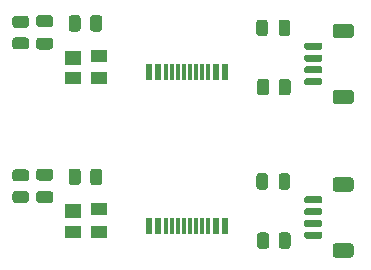
<source format=gbr>
%TF.GenerationSoftware,KiCad,Pcbnew,5.1.10-88a1d61d58~90~ubuntu20.04.1*%
%TF.CreationDate,2022-01-21T20:10:34-08:00*%
%TF.ProjectId,kb-db_protruded_panel,6b622d64-625f-4707-926f-747275646564,rev?*%
%TF.SameCoordinates,Original*%
%TF.FileFunction,Paste,Top*%
%TF.FilePolarity,Positive*%
%FSLAX46Y46*%
G04 Gerber Fmt 4.6, Leading zero omitted, Abs format (unit mm)*
G04 Created by KiCad (PCBNEW 5.1.10-88a1d61d58~90~ubuntu20.04.1) date 2022-01-21 20:10:34*
%MOMM*%
%LPD*%
G01*
G04 APERTURE LIST*
%ADD10R,1.400000X1.200000*%
%ADD11R,1.400000X1.000000*%
%ADD12R,0.300000X1.450000*%
%ADD13R,0.600000X1.450000*%
G04 APERTURE END LIST*
D10*
%TO.C,D1*%
X69342000Y-75865000D03*
D11*
X69342000Y-77585000D03*
X71542000Y-77585000D03*
X71542000Y-75685000D03*
%TD*%
%TO.C,R2*%
G36*
G01*
X68949500Y-73394002D02*
X68949500Y-72493998D01*
G75*
G02*
X69199498Y-72244000I249998J0D01*
G01*
X69724502Y-72244000D01*
G75*
G02*
X69974500Y-72493998I0J-249998D01*
G01*
X69974500Y-73394002D01*
G75*
G02*
X69724502Y-73644000I-249998J0D01*
G01*
X69199498Y-73644000D01*
G75*
G02*
X68949500Y-73394002I0J249998D01*
G01*
G37*
G36*
G01*
X70774500Y-73394002D02*
X70774500Y-72493998D01*
G75*
G02*
X71024498Y-72244000I249998J0D01*
G01*
X71549502Y-72244000D01*
G75*
G02*
X71799500Y-72493998I0J-249998D01*
G01*
X71799500Y-73394002D01*
G75*
G02*
X71549502Y-73644000I-249998J0D01*
G01*
X71024498Y-73644000D01*
G75*
G02*
X70774500Y-73394002I0J249998D01*
G01*
G37*
%TD*%
%TO.C,R1*%
G36*
G01*
X87761500Y-77887998D02*
X87761500Y-78788002D01*
G75*
G02*
X87511502Y-79038000I-249998J0D01*
G01*
X86986498Y-79038000D01*
G75*
G02*
X86736500Y-78788002I0J249998D01*
G01*
X86736500Y-77887998D01*
G75*
G02*
X86986498Y-77638000I249998J0D01*
G01*
X87511502Y-77638000D01*
G75*
G02*
X87761500Y-77887998I0J-249998D01*
G01*
G37*
G36*
G01*
X85936500Y-77887998D02*
X85936500Y-78788002D01*
G75*
G02*
X85686502Y-79038000I-249998J0D01*
G01*
X85161498Y-79038000D01*
G75*
G02*
X84911500Y-78788002I0J249998D01*
G01*
X84911500Y-77887998D01*
G75*
G02*
X85161498Y-77638000I249998J0D01*
G01*
X85686502Y-77638000D01*
G75*
G02*
X85936500Y-77887998I0J-249998D01*
G01*
G37*
%TD*%
%TO.C,F1*%
G36*
G01*
X87706500Y-72868750D02*
X87706500Y-73781250D01*
G75*
G02*
X87462750Y-74025000I-243750J0D01*
G01*
X86975250Y-74025000D01*
G75*
G02*
X86731500Y-73781250I0J243750D01*
G01*
X86731500Y-72868750D01*
G75*
G02*
X86975250Y-72625000I243750J0D01*
G01*
X87462750Y-72625000D01*
G75*
G02*
X87706500Y-72868750I0J-243750D01*
G01*
G37*
G36*
G01*
X85831500Y-72868750D02*
X85831500Y-73781250D01*
G75*
G02*
X85587750Y-74025000I-243750J0D01*
G01*
X85100250Y-74025000D01*
G75*
G02*
X84856500Y-73781250I0J243750D01*
G01*
X84856500Y-72868750D01*
G75*
G02*
X85100250Y-72625000I243750J0D01*
G01*
X85587750Y-72625000D01*
G75*
G02*
X85831500Y-72868750I0J-243750D01*
G01*
G37*
%TD*%
%TO.C,C1*%
G36*
G01*
X66454000Y-72256000D02*
X67404000Y-72256000D01*
G75*
G02*
X67654000Y-72506000I0J-250000D01*
G01*
X67654000Y-73006000D01*
G75*
G02*
X67404000Y-73256000I-250000J0D01*
G01*
X66454000Y-73256000D01*
G75*
G02*
X66204000Y-73006000I0J250000D01*
G01*
X66204000Y-72506000D01*
G75*
G02*
X66454000Y-72256000I250000J0D01*
G01*
G37*
G36*
G01*
X66454000Y-74156000D02*
X67404000Y-74156000D01*
G75*
G02*
X67654000Y-74406000I0J-250000D01*
G01*
X67654000Y-74906000D01*
G75*
G02*
X67404000Y-75156000I-250000J0D01*
G01*
X66454000Y-75156000D01*
G75*
G02*
X66204000Y-74906000I0J250000D01*
G01*
X66204000Y-74406000D01*
G75*
G02*
X66454000Y-74156000I250000J0D01*
G01*
G37*
%TD*%
%TO.C,J1*%
G36*
G01*
X89052000Y-74579000D02*
X90302000Y-74579000D01*
G75*
G02*
X90452000Y-74729000I0J-150000D01*
G01*
X90452000Y-75029000D01*
G75*
G02*
X90302000Y-75179000I-150000J0D01*
G01*
X89052000Y-75179000D01*
G75*
G02*
X88902000Y-75029000I0J150000D01*
G01*
X88902000Y-74729000D01*
G75*
G02*
X89052000Y-74579000I150000J0D01*
G01*
G37*
G36*
G01*
X89052000Y-75579000D02*
X90302000Y-75579000D01*
G75*
G02*
X90452000Y-75729000I0J-150000D01*
G01*
X90452000Y-76029000D01*
G75*
G02*
X90302000Y-76179000I-150000J0D01*
G01*
X89052000Y-76179000D01*
G75*
G02*
X88902000Y-76029000I0J150000D01*
G01*
X88902000Y-75729000D01*
G75*
G02*
X89052000Y-75579000I150000J0D01*
G01*
G37*
G36*
G01*
X89052000Y-76579000D02*
X90302000Y-76579000D01*
G75*
G02*
X90452000Y-76729000I0J-150000D01*
G01*
X90452000Y-77029000D01*
G75*
G02*
X90302000Y-77179000I-150000J0D01*
G01*
X89052000Y-77179000D01*
G75*
G02*
X88902000Y-77029000I0J150000D01*
G01*
X88902000Y-76729000D01*
G75*
G02*
X89052000Y-76579000I150000J0D01*
G01*
G37*
G36*
G01*
X89052000Y-77579000D02*
X90302000Y-77579000D01*
G75*
G02*
X90452000Y-77729000I0J-150000D01*
G01*
X90452000Y-78029000D01*
G75*
G02*
X90302000Y-78179000I-150000J0D01*
G01*
X89052000Y-78179000D01*
G75*
G02*
X88902000Y-78029000I0J150000D01*
G01*
X88902000Y-77729000D01*
G75*
G02*
X89052000Y-77579000I150000J0D01*
G01*
G37*
G36*
G01*
X91551999Y-72979000D02*
X92852001Y-72979000D01*
G75*
G02*
X93102000Y-73228999I0J-249999D01*
G01*
X93102000Y-73929001D01*
G75*
G02*
X92852001Y-74179000I-249999J0D01*
G01*
X91551999Y-74179000D01*
G75*
G02*
X91302000Y-73929001I0J249999D01*
G01*
X91302000Y-73228999D01*
G75*
G02*
X91551999Y-72979000I249999J0D01*
G01*
G37*
G36*
G01*
X91551999Y-78579000D02*
X92852001Y-78579000D01*
G75*
G02*
X93102000Y-78828999I0J-249999D01*
G01*
X93102000Y-79529001D01*
G75*
G02*
X92852001Y-79779000I-249999J0D01*
G01*
X91551999Y-79779000D01*
G75*
G02*
X91302000Y-79529001I0J249999D01*
G01*
X91302000Y-78828999D01*
G75*
G02*
X91551999Y-78579000I249999J0D01*
G01*
G37*
%TD*%
D12*
%TO.C,USB1*%
X79242000Y-77086500D03*
X78742000Y-77086500D03*
X78242000Y-77086500D03*
X79742000Y-77086500D03*
X77742000Y-77086500D03*
X80242000Y-77086500D03*
X77242000Y-77086500D03*
X80742000Y-77086500D03*
D13*
X81442000Y-77086500D03*
X76542000Y-77086500D03*
X82217000Y-77086500D03*
X75767000Y-77086500D03*
%TD*%
%TO.C,R5*%
G36*
G01*
X64446998Y-72304500D02*
X65347002Y-72304500D01*
G75*
G02*
X65597000Y-72554498I0J-249998D01*
G01*
X65597000Y-73079502D01*
G75*
G02*
X65347002Y-73329500I-249998J0D01*
G01*
X64446998Y-73329500D01*
G75*
G02*
X64197000Y-73079502I0J249998D01*
G01*
X64197000Y-72554498D01*
G75*
G02*
X64446998Y-72304500I249998J0D01*
G01*
G37*
G36*
G01*
X64446998Y-74129500D02*
X65347002Y-74129500D01*
G75*
G02*
X65597000Y-74379498I0J-249998D01*
G01*
X65597000Y-74904502D01*
G75*
G02*
X65347002Y-75154500I-249998J0D01*
G01*
X64446998Y-75154500D01*
G75*
G02*
X64197000Y-74904502I0J249998D01*
G01*
X64197000Y-74379498D01*
G75*
G02*
X64446998Y-74129500I249998J0D01*
G01*
G37*
%TD*%
%TO.C,R2*%
G36*
G01*
X70774500Y-60394002D02*
X70774500Y-59493998D01*
G75*
G02*
X71024498Y-59244000I249998J0D01*
G01*
X71549502Y-59244000D01*
G75*
G02*
X71799500Y-59493998I0J-249998D01*
G01*
X71799500Y-60394002D01*
G75*
G02*
X71549502Y-60644000I-249998J0D01*
G01*
X71024498Y-60644000D01*
G75*
G02*
X70774500Y-60394002I0J249998D01*
G01*
G37*
G36*
G01*
X68949500Y-60394002D02*
X68949500Y-59493998D01*
G75*
G02*
X69199498Y-59244000I249998J0D01*
G01*
X69724502Y-59244000D01*
G75*
G02*
X69974500Y-59493998I0J-249998D01*
G01*
X69974500Y-60394002D01*
G75*
G02*
X69724502Y-60644000I-249998J0D01*
G01*
X69199498Y-60644000D01*
G75*
G02*
X68949500Y-60394002I0J249998D01*
G01*
G37*
%TD*%
%TO.C,J1*%
G36*
G01*
X91551999Y-65579000D02*
X92852001Y-65579000D01*
G75*
G02*
X93102000Y-65828999I0J-249999D01*
G01*
X93102000Y-66529001D01*
G75*
G02*
X92852001Y-66779000I-249999J0D01*
G01*
X91551999Y-66779000D01*
G75*
G02*
X91302000Y-66529001I0J249999D01*
G01*
X91302000Y-65828999D01*
G75*
G02*
X91551999Y-65579000I249999J0D01*
G01*
G37*
G36*
G01*
X91551999Y-59979000D02*
X92852001Y-59979000D01*
G75*
G02*
X93102000Y-60228999I0J-249999D01*
G01*
X93102000Y-60929001D01*
G75*
G02*
X92852001Y-61179000I-249999J0D01*
G01*
X91551999Y-61179000D01*
G75*
G02*
X91302000Y-60929001I0J249999D01*
G01*
X91302000Y-60228999D01*
G75*
G02*
X91551999Y-59979000I249999J0D01*
G01*
G37*
G36*
G01*
X89052000Y-64579000D02*
X90302000Y-64579000D01*
G75*
G02*
X90452000Y-64729000I0J-150000D01*
G01*
X90452000Y-65029000D01*
G75*
G02*
X90302000Y-65179000I-150000J0D01*
G01*
X89052000Y-65179000D01*
G75*
G02*
X88902000Y-65029000I0J150000D01*
G01*
X88902000Y-64729000D01*
G75*
G02*
X89052000Y-64579000I150000J0D01*
G01*
G37*
G36*
G01*
X89052000Y-63579000D02*
X90302000Y-63579000D01*
G75*
G02*
X90452000Y-63729000I0J-150000D01*
G01*
X90452000Y-64029000D01*
G75*
G02*
X90302000Y-64179000I-150000J0D01*
G01*
X89052000Y-64179000D01*
G75*
G02*
X88902000Y-64029000I0J150000D01*
G01*
X88902000Y-63729000D01*
G75*
G02*
X89052000Y-63579000I150000J0D01*
G01*
G37*
G36*
G01*
X89052000Y-62579000D02*
X90302000Y-62579000D01*
G75*
G02*
X90452000Y-62729000I0J-150000D01*
G01*
X90452000Y-63029000D01*
G75*
G02*
X90302000Y-63179000I-150000J0D01*
G01*
X89052000Y-63179000D01*
G75*
G02*
X88902000Y-63029000I0J150000D01*
G01*
X88902000Y-62729000D01*
G75*
G02*
X89052000Y-62579000I150000J0D01*
G01*
G37*
G36*
G01*
X89052000Y-61579000D02*
X90302000Y-61579000D01*
G75*
G02*
X90452000Y-61729000I0J-150000D01*
G01*
X90452000Y-62029000D01*
G75*
G02*
X90302000Y-62179000I-150000J0D01*
G01*
X89052000Y-62179000D01*
G75*
G02*
X88902000Y-62029000I0J150000D01*
G01*
X88902000Y-61729000D01*
G75*
G02*
X89052000Y-61579000I150000J0D01*
G01*
G37*
%TD*%
%TO.C,C1*%
G36*
G01*
X66454000Y-61156000D02*
X67404000Y-61156000D01*
G75*
G02*
X67654000Y-61406000I0J-250000D01*
G01*
X67654000Y-61906000D01*
G75*
G02*
X67404000Y-62156000I-250000J0D01*
G01*
X66454000Y-62156000D01*
G75*
G02*
X66204000Y-61906000I0J250000D01*
G01*
X66204000Y-61406000D01*
G75*
G02*
X66454000Y-61156000I250000J0D01*
G01*
G37*
G36*
G01*
X66454000Y-59256000D02*
X67404000Y-59256000D01*
G75*
G02*
X67654000Y-59506000I0J-250000D01*
G01*
X67654000Y-60006000D01*
G75*
G02*
X67404000Y-60256000I-250000J0D01*
G01*
X66454000Y-60256000D01*
G75*
G02*
X66204000Y-60006000I0J250000D01*
G01*
X66204000Y-59506000D01*
G75*
G02*
X66454000Y-59256000I250000J0D01*
G01*
G37*
%TD*%
%TO.C,USB1*%
X75767000Y-64086500D03*
X82217000Y-64086500D03*
X76542000Y-64086500D03*
X81442000Y-64086500D03*
D12*
X80742000Y-64086500D03*
X77242000Y-64086500D03*
X80242000Y-64086500D03*
X77742000Y-64086500D03*
X79742000Y-64086500D03*
X78242000Y-64086500D03*
X78742000Y-64086500D03*
X79242000Y-64086500D03*
%TD*%
%TO.C,R5*%
G36*
G01*
X64446998Y-61129500D02*
X65347002Y-61129500D01*
G75*
G02*
X65597000Y-61379498I0J-249998D01*
G01*
X65597000Y-61904502D01*
G75*
G02*
X65347002Y-62154500I-249998J0D01*
G01*
X64446998Y-62154500D01*
G75*
G02*
X64197000Y-61904502I0J249998D01*
G01*
X64197000Y-61379498D01*
G75*
G02*
X64446998Y-61129500I249998J0D01*
G01*
G37*
G36*
G01*
X64446998Y-59304500D02*
X65347002Y-59304500D01*
G75*
G02*
X65597000Y-59554498I0J-249998D01*
G01*
X65597000Y-60079502D01*
G75*
G02*
X65347002Y-60329500I-249998J0D01*
G01*
X64446998Y-60329500D01*
G75*
G02*
X64197000Y-60079502I0J249998D01*
G01*
X64197000Y-59554498D01*
G75*
G02*
X64446998Y-59304500I249998J0D01*
G01*
G37*
%TD*%
%TO.C,R1*%
G36*
G01*
X85936500Y-64887998D02*
X85936500Y-65788002D01*
G75*
G02*
X85686502Y-66038000I-249998J0D01*
G01*
X85161498Y-66038000D01*
G75*
G02*
X84911500Y-65788002I0J249998D01*
G01*
X84911500Y-64887998D01*
G75*
G02*
X85161498Y-64638000I249998J0D01*
G01*
X85686502Y-64638000D01*
G75*
G02*
X85936500Y-64887998I0J-249998D01*
G01*
G37*
G36*
G01*
X87761500Y-64887998D02*
X87761500Y-65788002D01*
G75*
G02*
X87511502Y-66038000I-249998J0D01*
G01*
X86986498Y-66038000D01*
G75*
G02*
X86736500Y-65788002I0J249998D01*
G01*
X86736500Y-64887998D01*
G75*
G02*
X86986498Y-64638000I249998J0D01*
G01*
X87511502Y-64638000D01*
G75*
G02*
X87761500Y-64887998I0J-249998D01*
G01*
G37*
%TD*%
%TO.C,F1*%
G36*
G01*
X85831500Y-59868750D02*
X85831500Y-60781250D01*
G75*
G02*
X85587750Y-61025000I-243750J0D01*
G01*
X85100250Y-61025000D01*
G75*
G02*
X84856500Y-60781250I0J243750D01*
G01*
X84856500Y-59868750D01*
G75*
G02*
X85100250Y-59625000I243750J0D01*
G01*
X85587750Y-59625000D01*
G75*
G02*
X85831500Y-59868750I0J-243750D01*
G01*
G37*
G36*
G01*
X87706500Y-59868750D02*
X87706500Y-60781250D01*
G75*
G02*
X87462750Y-61025000I-243750J0D01*
G01*
X86975250Y-61025000D01*
G75*
G02*
X86731500Y-60781250I0J243750D01*
G01*
X86731500Y-59868750D01*
G75*
G02*
X86975250Y-59625000I243750J0D01*
G01*
X87462750Y-59625000D01*
G75*
G02*
X87706500Y-59868750I0J-243750D01*
G01*
G37*
%TD*%
D11*
%TO.C,D1*%
X71542000Y-62685000D03*
X71542000Y-64585000D03*
X69342000Y-64585000D03*
D10*
X69342000Y-62865000D03*
%TD*%
M02*

</source>
